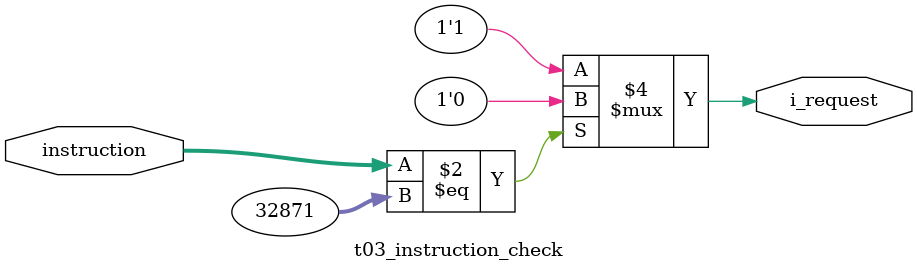
<source format=sv>
module t03_instruction_check(
    input logic [31:0] instruction,
    output logic i_request
);

    always_comb begin
        if(instruction == 32'h00008067) begin
            i_request = 1'b0;
        end else begin
            i_request = 1'b1;
        end
    end

endmodule
</source>
